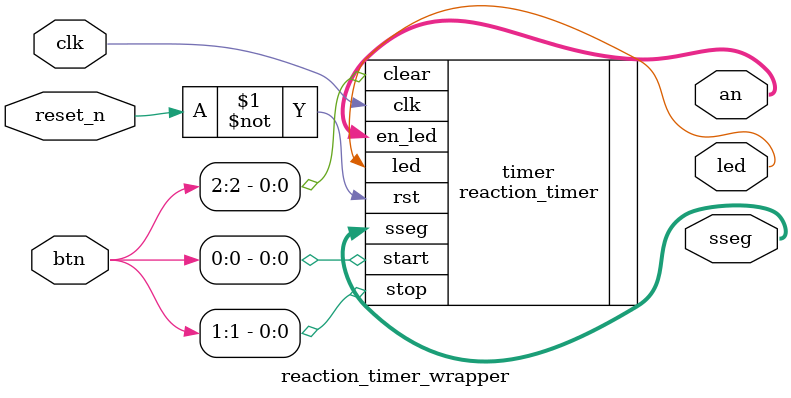
<source format=sv>
`timescale 1ns / 1ps


module reaction_timer_wrapper #(parameter N=18)(
    input clk, reset_n,
    input logic [2:0] btn,
    output logic [7:0] an, // enable for the 7-seg displays
    output logic [7:0] sseg, // led segments
    output logic [3:3] led
    );
    
    reaction_timer #(.N(N)) timer(
        .clk(clk),
        .rst(~reset_n),
        .start(btn[0]), 
        .stop(btn[1]), 
        .clear(btn[2]),
        .en_led(an),
        .sseg(sseg),
        .led(led[3])
    );
endmodule

</source>
